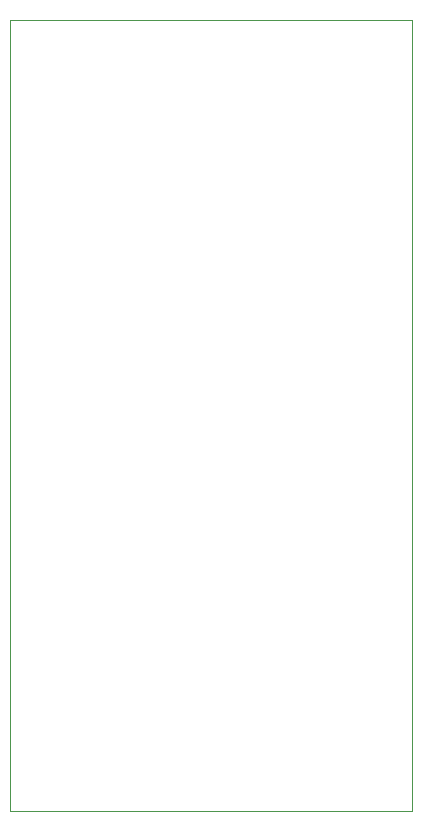
<source format=gbr>
G04 #@! TF.FileFunction,Profile,NP*
%FSLAX46Y46*%
G04 Gerber Fmt 4.6, Leading zero omitted, Abs format (unit mm)*
G04 Created by KiCad (PCBNEW 4.0.6+dfsg1-1) date Fri May  4 13:32:49 2018*
%MOMM*%
%LPD*%
G01*
G04 APERTURE LIST*
%ADD10C,0.100000*%
%ADD11C,0.000100*%
G04 APERTURE END LIST*
D10*
D11*
X0Y0D02*
X0Y67000000D01*
X34000000Y0D02*
X0Y0D01*
X34000000Y67000000D02*
X34000000Y0D01*
X0Y67000000D02*
X34000000Y67000000D01*
M02*

</source>
